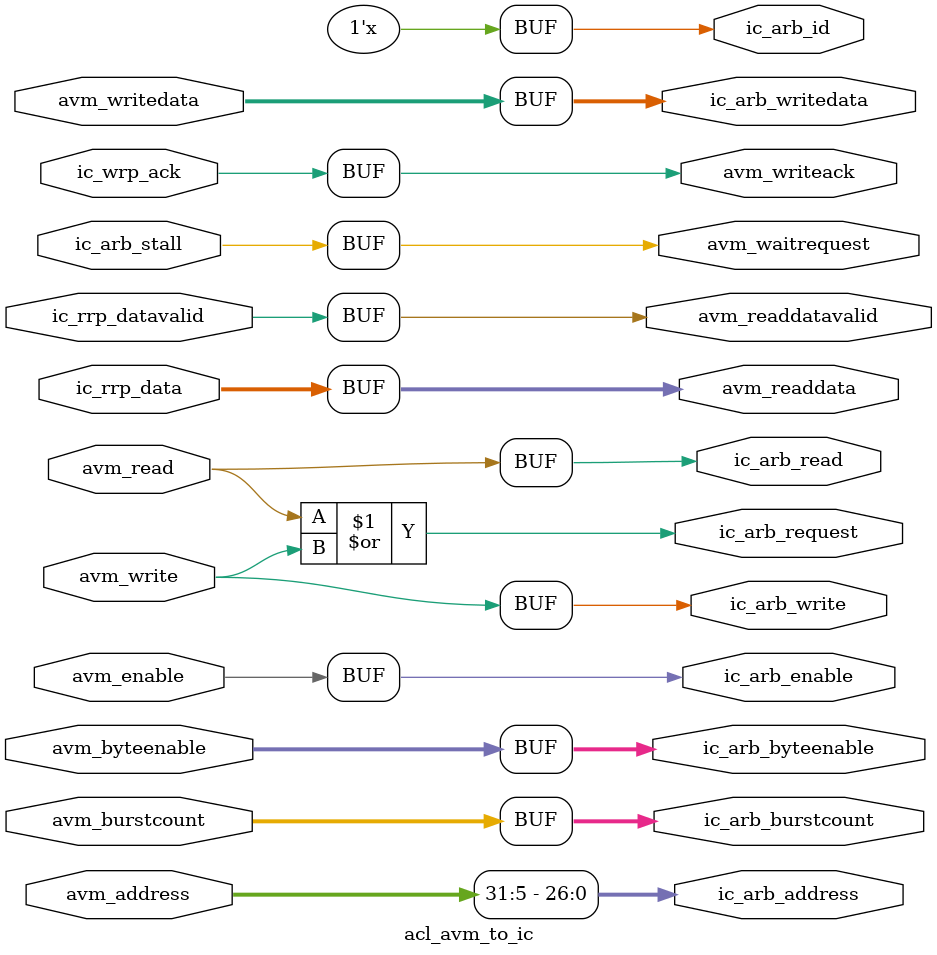
<source format=sv>


module acl_avm_to_ic #(
    parameter integer DATA_W = 256,
    parameter integer WRITEDATA_W = 256,
    parameter integer BURSTCOUNT_W = 6,
    parameter integer ADDRESS_W = 32,
    parameter integer BYTEENA_W = DATA_W / 8,
    parameter integer ID_W = 1,
    parameter ADDR_SHIFT=1            // shift the address?
)
(
    // AVM interface
    input logic avm_enable,
    input logic avm_read,
    input logic avm_write,
    input logic [WRITEDATA_W-1:0] avm_writedata,
    input logic [BURSTCOUNT_W-1:0] avm_burstcount,
    input logic [ADDRESS_W-1:0] avm_address,
    input logic [BYTEENA_W-1:0] avm_byteenable,
    output logic avm_waitrequest,
    output logic avm_readdatavalid,
    output logic [WRITEDATA_W-1:0] avm_readdata,
    output logic avm_writeack,  // not a true Avalon signal

    // IC interface
    output logic ic_arb_request,
    output logic ic_arb_enable,
    output logic ic_arb_read,
    output logic ic_arb_write,
    output logic [WRITEDATA_W-1:0] ic_arb_writedata,
    output logic [BURSTCOUNT_W-1:0] ic_arb_burstcount,
    output logic [ADDRESS_W-$clog2(DATA_W / 8)-1:0] ic_arb_address,
    output logic [BYTEENA_W-1:0] ic_arb_byteenable,
    output logic [ID_W-1:0] ic_arb_id,

    input logic ic_arb_stall,

    input logic ic_wrp_ack,

    input logic ic_rrp_datavalid,
    input logic [WRITEDATA_W-1:0] ic_rrp_data
);
    // The logic for ic_arb_request (below) makes a MAJOR ASSUMPTION:
    // avm_write will never be deasserted in the MIDDLE of a write burst
    // (read bursts are fine since they are single cycle requests)
    //
    // For proper burst functionality, ic_arb_request must remain asserted
    // for the ENTIRE duration of a burst request, otherwise the burst may be
    // interrupted and lead to all sorts of chaos. At this time, LSUs do not
    // deassert avm_write in the middle of a write burst, so this assumption
    // is valid.
    //
    // If there comes a time when this assumption is no longer valid, 
    // logic needs to be added to detect when a burst begins/ends.
    assign ic_arb_request = avm_read | avm_write;

    assign ic_arb_read = avm_read;
    assign ic_arb_write = avm_write;
    assign ic_arb_writedata = avm_writedata;
    assign ic_arb_burstcount = avm_burstcount;
  
    assign ic_arb_id = {ID_W{1'bx}};

    assign ic_arb_enable = avm_enable;

    generate
    if(ADDR_SHIFT==1)
    begin
      assign ic_arb_address = avm_address[ADDRESS_W-1:$clog2(DATA_W / 8)];
    end
    else
    begin
      assign ic_arb_address = avm_address[ADDRESS_W-$clog2(DATA_W / 8)-1:0];
    end
    endgenerate

    assign ic_arb_byteenable = avm_byteenable;

    assign avm_waitrequest = ic_arb_stall;
    assign avm_readdatavalid = ic_rrp_datavalid;
    assign avm_readdata = ic_rrp_data;
    assign avm_writeack = ic_wrp_ack;
endmodule


</source>
